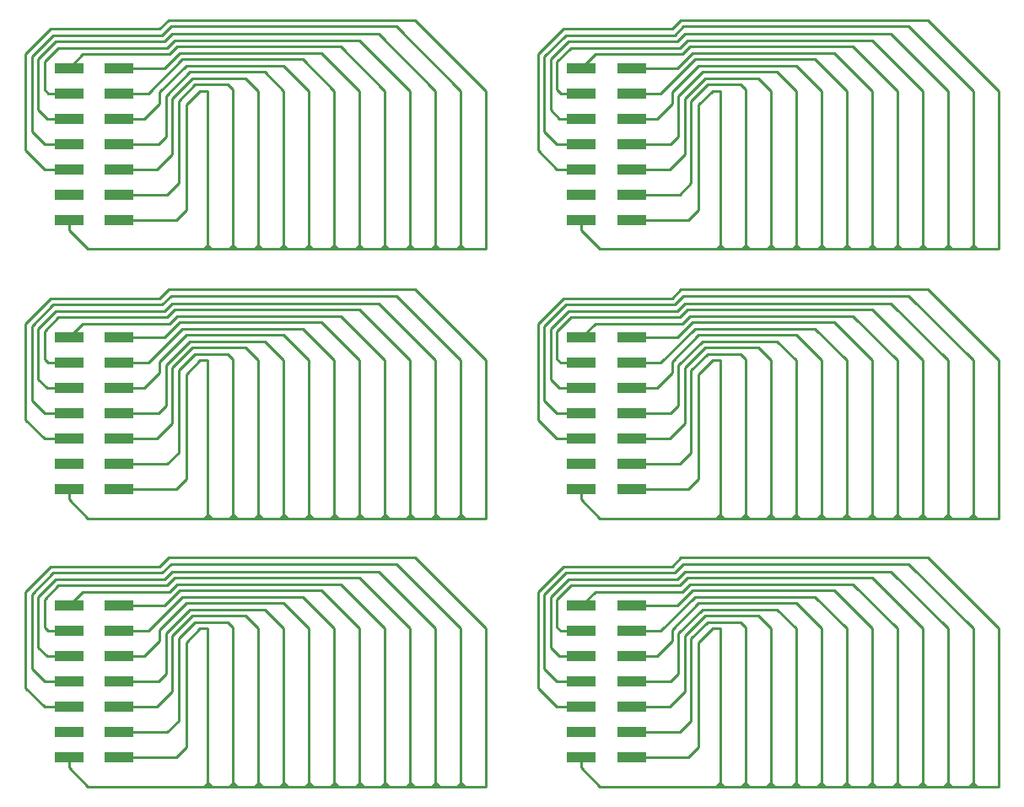
<source format=gbr>
%TF.GenerationSoftware,KiCad,Pcbnew,(5.1.6)-1*%
%TF.CreationDate,2022-05-27T14:46:48-04:00*%
%TF.ProjectId,sensor_v1,73656e73-6f72-45f7-9631-2e6b69636164,rev?*%
%TF.SameCoordinates,Original*%
%TF.FileFunction,Copper,L1,Top*%
%TF.FilePolarity,Positive*%
%FSLAX46Y46*%
G04 Gerber Fmt 4.6, Leading zero omitted, Abs format (unit mm)*
G04 Created by KiCad (PCBNEW (5.1.6)-1) date 2022-05-27 14:46:48*
%MOMM*%
%LPD*%
G01*
G04 APERTURE LIST*
%TA.AperFunction,SMDPad,CuDef*%
%ADD10R,3.000000X1.000000*%
%TD*%
%TA.AperFunction,Conductor*%
%ADD11C,0.250000*%
%TD*%
G04 APERTURE END LIST*
D10*
%TO.P,REF\u002A\u002A,14*%
%TO.N,N/C*%
X149372000Y-91567000D03*
%TO.P,REF\u002A\u002A,13*%
X154412000Y-91567000D03*
%TO.P,REF\u002A\u002A,12*%
X149372000Y-89027000D03*
%TO.P,REF\u002A\u002A,11*%
X154412000Y-89027000D03*
%TO.P,REF\u002A\u002A,10*%
X149372000Y-86487000D03*
%TO.P,REF\u002A\u002A,9*%
X154412000Y-86487000D03*
%TO.P,REF\u002A\u002A,8*%
X149372000Y-83947000D03*
%TO.P,REF\u002A\u002A,7*%
X154412000Y-83947000D03*
%TO.P,REF\u002A\u002A,6*%
X149372000Y-81407000D03*
%TO.P,REF\u002A\u002A,5*%
X154412000Y-81407000D03*
%TO.P,REF\u002A\u002A,4*%
X149372000Y-78867000D03*
%TO.P,REF\u002A\u002A,3*%
X154412000Y-78867000D03*
%TO.P,REF\u002A\u002A,2*%
X149372000Y-76327000D03*
%TO.P,REF\u002A\u002A,1*%
X154412000Y-76327000D03*
%TD*%
%TO.P,REF\u002A\u002A,14*%
%TO.N,N/C*%
X149372000Y-118491000D03*
%TO.P,REF\u002A\u002A,13*%
X154412000Y-118491000D03*
%TO.P,REF\u002A\u002A,12*%
X149372000Y-115951000D03*
%TO.P,REF\u002A\u002A,11*%
X154412000Y-115951000D03*
%TO.P,REF\u002A\u002A,10*%
X149372000Y-113411000D03*
%TO.P,REF\u002A\u002A,9*%
X154412000Y-113411000D03*
%TO.P,REF\u002A\u002A,8*%
X149372000Y-110871000D03*
%TO.P,REF\u002A\u002A,7*%
X154412000Y-110871000D03*
%TO.P,REF\u002A\u002A,6*%
X149372000Y-108331000D03*
%TO.P,REF\u002A\u002A,5*%
X154412000Y-108331000D03*
%TO.P,REF\u002A\u002A,4*%
X149372000Y-105791000D03*
%TO.P,REF\u002A\u002A,3*%
X154412000Y-105791000D03*
%TO.P,REF\u002A\u002A,2*%
X149372000Y-103251000D03*
%TO.P,REF\u002A\u002A,1*%
X154412000Y-103251000D03*
%TD*%
%TO.P,REF\u002A\u002A,1*%
%TO.N,N/C*%
X154412000Y-49276000D03*
%TO.P,REF\u002A\u002A,2*%
X149372000Y-49276000D03*
%TO.P,REF\u002A\u002A,3*%
X154412000Y-51816000D03*
%TO.P,REF\u002A\u002A,4*%
X149372000Y-51816000D03*
%TO.P,REF\u002A\u002A,5*%
X154412000Y-54356000D03*
%TO.P,REF\u002A\u002A,6*%
X149372000Y-54356000D03*
%TO.P,REF\u002A\u002A,7*%
X154412000Y-56896000D03*
%TO.P,REF\u002A\u002A,8*%
X149372000Y-56896000D03*
%TO.P,REF\u002A\u002A,9*%
X154412000Y-59436000D03*
%TO.P,REF\u002A\u002A,10*%
X149372000Y-59436000D03*
%TO.P,REF\u002A\u002A,11*%
X154412000Y-61976000D03*
%TO.P,REF\u002A\u002A,12*%
X149372000Y-61976000D03*
%TO.P,REF\u002A\u002A,13*%
X154412000Y-64516000D03*
%TO.P,REF\u002A\u002A,14*%
X149372000Y-64516000D03*
%TD*%
%TO.P,REF\u002A\u002A,1*%
%TO.N,N/C*%
X102977000Y-103251000D03*
%TO.P,REF\u002A\u002A,2*%
X97937000Y-103251000D03*
%TO.P,REF\u002A\u002A,3*%
X102977000Y-105791000D03*
%TO.P,REF\u002A\u002A,4*%
X97937000Y-105791000D03*
%TO.P,REF\u002A\u002A,5*%
X102977000Y-108331000D03*
%TO.P,REF\u002A\u002A,6*%
X97937000Y-108331000D03*
%TO.P,REF\u002A\u002A,7*%
X102977000Y-110871000D03*
%TO.P,REF\u002A\u002A,8*%
X97937000Y-110871000D03*
%TO.P,REF\u002A\u002A,9*%
X102977000Y-113411000D03*
%TO.P,REF\u002A\u002A,10*%
X97937000Y-113411000D03*
%TO.P,REF\u002A\u002A,11*%
X102977000Y-115951000D03*
%TO.P,REF\u002A\u002A,12*%
X97937000Y-115951000D03*
%TO.P,REF\u002A\u002A,13*%
X102977000Y-118491000D03*
%TO.P,REF\u002A\u002A,14*%
X97937000Y-118491000D03*
%TD*%
%TO.P,REF\u002A\u002A,1*%
%TO.N,N/C*%
X102977000Y-76327000D03*
%TO.P,REF\u002A\u002A,2*%
X97937000Y-76327000D03*
%TO.P,REF\u002A\u002A,3*%
X102977000Y-78867000D03*
%TO.P,REF\u002A\u002A,4*%
X97937000Y-78867000D03*
%TO.P,REF\u002A\u002A,5*%
X102977000Y-81407000D03*
%TO.P,REF\u002A\u002A,6*%
X97937000Y-81407000D03*
%TO.P,REF\u002A\u002A,7*%
X102977000Y-83947000D03*
%TO.P,REF\u002A\u002A,8*%
X97937000Y-83947000D03*
%TO.P,REF\u002A\u002A,9*%
X102977000Y-86487000D03*
%TO.P,REF\u002A\u002A,10*%
X97937000Y-86487000D03*
%TO.P,REF\u002A\u002A,11*%
X102977000Y-89027000D03*
%TO.P,REF\u002A\u002A,12*%
X97937000Y-89027000D03*
%TO.P,REF\u002A\u002A,13*%
X102977000Y-91567000D03*
%TO.P,REF\u002A\u002A,14*%
X97937000Y-91567000D03*
%TD*%
%TO.P,REF\u002A\u002A,14*%
%TO.N,N/C*%
X97937000Y-64516000D03*
%TO.P,REF\u002A\u002A,13*%
X102977000Y-64516000D03*
%TO.P,REF\u002A\u002A,12*%
X97937000Y-61976000D03*
%TO.P,REF\u002A\u002A,11*%
X102977000Y-61976000D03*
%TO.P,REF\u002A\u002A,10*%
X97937000Y-59436000D03*
%TO.P,REF\u002A\u002A,9*%
X102977000Y-59436000D03*
%TO.P,REF\u002A\u002A,8*%
X97937000Y-56896000D03*
%TO.P,REF\u002A\u002A,7*%
X102977000Y-56896000D03*
%TO.P,REF\u002A\u002A,6*%
X97937000Y-54356000D03*
%TO.P,REF\u002A\u002A,5*%
X102977000Y-54356000D03*
%TO.P,REF\u002A\u002A,4*%
X97937000Y-51816000D03*
%TO.P,REF\u002A\u002A,3*%
X102977000Y-51816000D03*
%TO.P,REF\u002A\u002A,2*%
X97937000Y-49276000D03*
%TO.P,REF\u002A\u002A,1*%
X102977000Y-49276000D03*
%TD*%
D11*
%TO.N,*%
X97937000Y-65552000D02*
X97937000Y-64516000D01*
X99822000Y-67437000D02*
X97937000Y-65552000D01*
X108712000Y-64516000D02*
X102977000Y-64516000D01*
X111887000Y-51562000D02*
X111125000Y-51562000D01*
X111125000Y-51562000D02*
X109728000Y-52959000D01*
X109728000Y-52959000D02*
X109728000Y-63500000D01*
X109728000Y-63500000D02*
X108712000Y-64516000D01*
X108966000Y-60833000D02*
X107823000Y-61976000D01*
X107823000Y-61976000D02*
X102977000Y-61976000D01*
X114427000Y-51435000D02*
X113919000Y-50927000D01*
X110617000Y-50927000D02*
X108966000Y-52578000D01*
X108966000Y-52578000D02*
X108966000Y-60833000D01*
X113919000Y-50927000D02*
X110617000Y-50927000D01*
X106807000Y-59436000D02*
X102977000Y-59436000D01*
X108331000Y-57912000D02*
X106807000Y-59436000D01*
X116967000Y-51562000D02*
X115697000Y-50292000D01*
X108331000Y-52324000D02*
X108331000Y-57912000D01*
X115697000Y-50292000D02*
X110363000Y-50292000D01*
X110363000Y-50292000D02*
X108331000Y-52324000D01*
X106934000Y-56896000D02*
X102977000Y-56896000D01*
X119507000Y-51562000D02*
X117602000Y-49657000D01*
X117602000Y-49657000D02*
X110109000Y-49657000D01*
X107696000Y-52070000D02*
X107696000Y-56134000D01*
X107696000Y-56134000D02*
X106934000Y-56896000D01*
X110109000Y-49657000D02*
X107696000Y-52070000D01*
X107061000Y-52832000D02*
X105537000Y-54356000D01*
X105537000Y-54356000D02*
X102977000Y-54356000D01*
X122047000Y-51562000D02*
X119507000Y-49022000D01*
X109728000Y-49022000D02*
X107061000Y-51689000D01*
X119507000Y-49022000D02*
X109728000Y-49022000D01*
X107061000Y-51689000D02*
X107061000Y-52832000D01*
X105918000Y-51816000D02*
X102977000Y-51816000D01*
X121412000Y-48387000D02*
X109347000Y-48387000D01*
X109347000Y-48387000D02*
X105918000Y-51816000D01*
X124587000Y-51562000D02*
X121412000Y-48387000D01*
X107569000Y-49276000D02*
X102977000Y-49276000D01*
X123317000Y-47752000D02*
X109093000Y-47752000D01*
X109093000Y-47752000D02*
X107569000Y-49276000D01*
X127127000Y-51562000D02*
X123317000Y-47752000D01*
X99334000Y-47879000D02*
X97937000Y-49276000D01*
X129667000Y-51562000D02*
X125222000Y-47117000D01*
X125222000Y-47117000D02*
X108839000Y-47117000D01*
X108077000Y-47879000D02*
X99334000Y-47879000D01*
X108839000Y-47117000D02*
X108077000Y-47879000D01*
X95885000Y-51816000D02*
X97937000Y-51816000D01*
X95504000Y-51435000D02*
X95885000Y-51816000D01*
X132207000Y-51562000D02*
X127127000Y-46482000D01*
X95504000Y-48641000D02*
X95504000Y-51435000D01*
X96901000Y-47244000D02*
X95504000Y-48641000D01*
X108585000Y-46482000D02*
X107823000Y-47244000D01*
X127127000Y-46482000D02*
X108585000Y-46482000D01*
X107823000Y-47244000D02*
X96901000Y-47244000D01*
X95758000Y-54356000D02*
X97937000Y-54356000D01*
X94869000Y-53467000D02*
X95758000Y-54356000D01*
X96647000Y-46609000D02*
X94869000Y-48387000D01*
X134747000Y-51562000D02*
X129032000Y-45847000D01*
X108331000Y-45847000D02*
X107569000Y-46609000D01*
X129032000Y-45847000D02*
X108331000Y-45847000D01*
X94869000Y-48387000D02*
X94869000Y-53467000D01*
X107569000Y-46609000D02*
X96647000Y-46609000D01*
X95504000Y-56896000D02*
X97937000Y-56896000D01*
X94234000Y-48133000D02*
X94234000Y-55626000D01*
X137287000Y-51562000D02*
X130810000Y-45085000D01*
X130810000Y-45085000D02*
X108204000Y-45085000D01*
X96393000Y-45974000D02*
X94234000Y-48133000D01*
X108204000Y-45085000D02*
X107315000Y-45974000D01*
X94234000Y-55626000D02*
X95504000Y-56896000D01*
X107315000Y-45974000D02*
X96393000Y-45974000D01*
X108077000Y-74930000D02*
X99334000Y-74930000D01*
X108839000Y-74168000D02*
X108077000Y-74930000D01*
X129667000Y-78613000D02*
X125222000Y-74168000D01*
X125222000Y-74168000D02*
X108839000Y-74168000D01*
X132207000Y-78613000D02*
X127127000Y-73533000D01*
X96901000Y-74295000D02*
X95504000Y-75692000D01*
X95504000Y-75692000D02*
X95504000Y-78486000D01*
X95885000Y-78867000D02*
X97937000Y-78867000D01*
X95504000Y-78486000D02*
X95885000Y-78867000D01*
X108585000Y-73533000D02*
X107823000Y-74295000D01*
X107823000Y-74295000D02*
X96901000Y-74295000D01*
X127127000Y-73533000D02*
X108585000Y-73533000D01*
X107315000Y-73025000D02*
X96393000Y-73025000D01*
X95504000Y-83947000D02*
X97937000Y-83947000D01*
X94234000Y-75184000D02*
X94234000Y-82677000D01*
X137287000Y-78613000D02*
X130810000Y-72136000D01*
X108204000Y-72136000D02*
X107315000Y-73025000D01*
X130810000Y-72136000D02*
X108204000Y-72136000D01*
X96393000Y-73025000D02*
X94234000Y-75184000D01*
X94234000Y-82677000D02*
X95504000Y-83947000D01*
X109728000Y-80010000D02*
X109728000Y-90551000D01*
X109728000Y-90551000D02*
X108712000Y-91567000D01*
X108712000Y-91567000D02*
X102977000Y-91567000D01*
X111125000Y-78613000D02*
X109728000Y-80010000D01*
X111887000Y-78613000D02*
X111125000Y-78613000D01*
X105537000Y-81407000D02*
X102977000Y-81407000D01*
X122047000Y-78613000D02*
X119507000Y-76073000D01*
X109728000Y-76073000D02*
X107061000Y-78740000D01*
X95504000Y-86487000D02*
X97937000Y-86487000D01*
X132715000Y-71501000D02*
X107950000Y-71501000D01*
X119507000Y-76073000D02*
X109728000Y-76073000D01*
X107061000Y-78740000D02*
X107061000Y-79883000D01*
X107061000Y-72390000D02*
X96139000Y-72390000D01*
X139827000Y-94488000D02*
X139827000Y-78613000D01*
X107569000Y-76327000D02*
X102977000Y-76327000D01*
X108331000Y-79375000D02*
X108331000Y-84963000D01*
X139827000Y-78613000D02*
X132715000Y-71501000D01*
X123317000Y-74803000D02*
X109093000Y-74803000D01*
X93599000Y-84582000D02*
X95504000Y-86487000D01*
X93599000Y-74930000D02*
X93599000Y-84582000D01*
X109093000Y-74803000D02*
X107569000Y-76327000D01*
X106807000Y-86487000D02*
X102977000Y-86487000D01*
X115697000Y-77343000D02*
X110363000Y-77343000D01*
X107950000Y-71501000D02*
X107061000Y-72390000D01*
X108331000Y-84963000D02*
X106807000Y-86487000D01*
X110363000Y-77343000D02*
X108331000Y-79375000D01*
X96139000Y-72390000D02*
X93599000Y-74930000D01*
X116967000Y-78613000D02*
X115697000Y-77343000D01*
X107061000Y-79883000D02*
X105537000Y-81407000D01*
X110617000Y-77978000D02*
X108966000Y-79629000D01*
X121412000Y-75438000D02*
X109347000Y-75438000D01*
X99822000Y-94488000D02*
X97937000Y-92603000D01*
X99334000Y-74930000D02*
X97937000Y-76327000D01*
X96647000Y-73660000D02*
X94869000Y-75438000D01*
X109347000Y-75438000D02*
X105918000Y-78867000D01*
X95758000Y-81407000D02*
X97937000Y-81407000D01*
X108966000Y-79629000D02*
X108966000Y-87884000D01*
X94869000Y-80518000D02*
X95758000Y-81407000D01*
X105918000Y-78867000D02*
X102977000Y-78867000D01*
X124587000Y-78613000D02*
X121412000Y-75438000D01*
X108966000Y-87884000D02*
X107823000Y-89027000D01*
X107823000Y-89027000D02*
X102977000Y-89027000D01*
X114427000Y-78486000D02*
X113919000Y-77978000D01*
X134747000Y-78613000D02*
X129032000Y-72898000D01*
X113919000Y-77978000D02*
X110617000Y-77978000D01*
X97937000Y-92603000D02*
X97937000Y-91567000D01*
X127127000Y-78613000D02*
X123317000Y-74803000D01*
X129032000Y-72898000D02*
X108331000Y-72898000D01*
X110109000Y-76708000D02*
X107696000Y-79121000D01*
X119507000Y-78613000D02*
X117602000Y-76708000D01*
X107569000Y-73660000D02*
X96647000Y-73660000D01*
X117602000Y-76708000D02*
X110109000Y-76708000D01*
X107696000Y-79121000D02*
X107696000Y-83185000D01*
X94869000Y-75438000D02*
X94869000Y-80518000D01*
X108331000Y-72898000D02*
X107569000Y-73660000D01*
X106934000Y-83947000D02*
X102977000Y-83947000D01*
X107696000Y-83185000D02*
X106934000Y-83947000D01*
X111887000Y-67437000D02*
X112522000Y-67437000D01*
X111379000Y-67437000D02*
X99822000Y-67437000D01*
X111887000Y-66675000D02*
X111887000Y-51562000D01*
X113919000Y-67437000D02*
X114935000Y-67437000D01*
X112522000Y-67437000D02*
X113919000Y-67437000D01*
X114427000Y-66548000D02*
X114427000Y-51435000D01*
X119507000Y-67310000D02*
X119634000Y-67437000D01*
X119507000Y-66548000D02*
X119507000Y-67310000D01*
X119507000Y-66548000D02*
X119507000Y-51562000D01*
X116586000Y-67437000D02*
X116967000Y-67056000D01*
X116967000Y-67056000D02*
X116967000Y-51562000D01*
X116967000Y-67437000D02*
X116967000Y-67056000D01*
X116967000Y-67056000D02*
X117348000Y-67437000D01*
X116586000Y-67437000D02*
X117348000Y-67437000D01*
X117348000Y-67437000D02*
X118872000Y-67437000D01*
X114427000Y-67056000D02*
X114046000Y-67437000D01*
X113919000Y-67437000D02*
X114046000Y-67437000D01*
X114427000Y-67056000D02*
X114427000Y-66548000D01*
X114427000Y-67437000D02*
X114427000Y-67056000D01*
X114046000Y-67437000D02*
X114808000Y-67437000D01*
X114427000Y-67056000D02*
X114808000Y-67437000D01*
X114808000Y-67437000D02*
X116586000Y-67437000D01*
X111887000Y-67437000D02*
X111506000Y-67437000D01*
X111887000Y-67056000D02*
X111506000Y-67437000D01*
X111506000Y-67437000D02*
X111379000Y-67437000D01*
X111887000Y-67056000D02*
X111887000Y-67437000D01*
X111887000Y-66675000D02*
X111887000Y-67056000D01*
X111887000Y-67056000D02*
X112268000Y-67437000D01*
X111379000Y-67437000D02*
X112268000Y-67437000D01*
X112268000Y-67437000D02*
X112522000Y-67437000D01*
X119126000Y-67437000D02*
X119634000Y-67437000D01*
X118872000Y-67437000D02*
X119126000Y-67437000D01*
X119507000Y-67056000D02*
X119507000Y-66548000D01*
X119507000Y-67056000D02*
X119126000Y-67437000D01*
X119507000Y-67437000D02*
X119507000Y-67056000D01*
X119507000Y-67056000D02*
X119888000Y-67437000D01*
X119634000Y-67437000D02*
X119888000Y-67437000D01*
X119888000Y-67437000D02*
X120142000Y-67437000D01*
X122047000Y-66929000D02*
X122047000Y-67056000D01*
X122047000Y-67056000D02*
X121666000Y-67437000D01*
X122047000Y-67437000D02*
X122047000Y-66929000D01*
X122047000Y-66929000D02*
X122047000Y-51562000D01*
X118872000Y-67437000D02*
X121666000Y-67437000D01*
X121666000Y-67437000D02*
X122428000Y-67437000D01*
X122047000Y-67056000D02*
X122428000Y-67437000D01*
X124587000Y-67056000D02*
X124206000Y-67437000D01*
X122428000Y-67437000D02*
X124206000Y-67437000D01*
X124587000Y-67056000D02*
X124587000Y-51562000D01*
X124587000Y-67437000D02*
X124587000Y-67056000D01*
X124587000Y-67056000D02*
X124968000Y-67437000D01*
X124206000Y-67437000D02*
X124968000Y-67437000D01*
X124968000Y-67437000D02*
X126746000Y-67437000D01*
X127127000Y-67056000D02*
X127127000Y-51562000D01*
X127127000Y-67056000D02*
X126746000Y-67437000D01*
X127127000Y-67437000D02*
X127127000Y-67056000D01*
X127127000Y-67056000D02*
X127508000Y-67437000D01*
X126746000Y-67437000D02*
X127508000Y-67437000D01*
X129667000Y-67056000D02*
X129286000Y-67437000D01*
X129667000Y-67437000D02*
X129667000Y-66929000D01*
X129667000Y-66929000D02*
X129667000Y-51562000D01*
X127508000Y-67437000D02*
X129286000Y-67437000D01*
X129667000Y-67056000D02*
X130048000Y-67437000D01*
X129667000Y-66929000D02*
X129667000Y-67056000D01*
X129286000Y-67437000D02*
X130048000Y-67437000D01*
X132207000Y-67056000D02*
X131826000Y-67437000D01*
X130048000Y-67437000D02*
X131826000Y-67437000D01*
X132207000Y-67056000D02*
X132207000Y-51562000D01*
X132207000Y-67437000D02*
X132207000Y-67056000D01*
X132207000Y-67056000D02*
X132588000Y-67437000D01*
X131826000Y-67437000D02*
X132588000Y-67437000D01*
X132588000Y-67437000D02*
X134366000Y-67437000D01*
X134747000Y-67056000D02*
X134747000Y-51562000D01*
X134747000Y-67056000D02*
X134366000Y-67437000D01*
X134747000Y-67437000D02*
X134747000Y-67056000D01*
X134747000Y-67056000D02*
X135128000Y-67437000D01*
X134366000Y-67437000D02*
X135128000Y-67437000D01*
X137287000Y-67056000D02*
X136906000Y-67437000D01*
X135128000Y-67437000D02*
X136906000Y-67437000D01*
X137287000Y-67437000D02*
X137287000Y-67056000D01*
X137287000Y-67056000D02*
X137668000Y-67437000D01*
X137287000Y-66929000D02*
X137287000Y-67056000D01*
X137287000Y-66929000D02*
X137287000Y-51562000D01*
X136906000Y-67437000D02*
X137668000Y-67437000D01*
X96139000Y-45339000D02*
X93599000Y-47879000D01*
X93599000Y-47879000D02*
X93599000Y-57531000D01*
X139827000Y-67437000D02*
X139827000Y-51562000D01*
X93599000Y-57531000D02*
X95504000Y-59436000D01*
X95504000Y-59436000D02*
X97937000Y-59436000D01*
X107950000Y-44450000D02*
X107061000Y-45339000D01*
X107061000Y-45339000D02*
X96139000Y-45339000D01*
X132715000Y-44450000D02*
X107950000Y-44450000D01*
X139827000Y-51562000D02*
X132715000Y-44450000D01*
X137668000Y-67437000D02*
X139827000Y-67437000D01*
X111887000Y-94107000D02*
X111506000Y-94488000D01*
X111506000Y-94488000D02*
X99822000Y-94488000D01*
X111887000Y-94107000D02*
X111887000Y-78613000D01*
X111887000Y-94488000D02*
X111506000Y-94488000D01*
X111887000Y-94488000D02*
X111887000Y-94107000D01*
X111887000Y-94488000D02*
X112268000Y-94488000D01*
X111887000Y-94107000D02*
X112268000Y-94488000D01*
X114427000Y-94107000D02*
X114046000Y-94488000D01*
X114427000Y-94488000D02*
X114427000Y-93980000D01*
X114427000Y-93980000D02*
X114427000Y-78486000D01*
X112268000Y-94488000D02*
X114046000Y-94488000D01*
X114427000Y-93980000D02*
X114427000Y-94107000D01*
X114427000Y-94107000D02*
X114808000Y-94488000D01*
X114046000Y-94488000D02*
X114808000Y-94488000D01*
X116967000Y-94107000D02*
X116586000Y-94488000D01*
X116967000Y-93980000D02*
X116967000Y-78613000D01*
X114808000Y-94488000D02*
X116586000Y-94488000D01*
X116967000Y-94488000D02*
X116967000Y-93980000D01*
X116967000Y-94107000D02*
X117348000Y-94488000D01*
X116967000Y-93980000D02*
X116967000Y-94107000D01*
X116586000Y-94488000D02*
X117348000Y-94488000D01*
X119507000Y-94488000D02*
X119507000Y-93980000D01*
X119507000Y-93980000D02*
X119507000Y-78613000D01*
X117348000Y-94488000D02*
X119126000Y-94488000D01*
X119507000Y-94107000D02*
X119126000Y-94488000D01*
X119507000Y-93980000D02*
X119507000Y-94107000D01*
X119126000Y-94488000D02*
X119888000Y-94488000D01*
X119507000Y-94107000D02*
X119888000Y-94488000D01*
X122047000Y-94107000D02*
X121666000Y-94488000D01*
X122047000Y-94488000D02*
X122047000Y-93980000D01*
X122047000Y-93980000D02*
X122047000Y-78613000D01*
X119888000Y-94488000D02*
X121666000Y-94488000D01*
X122047000Y-93980000D02*
X122047000Y-94107000D01*
X121666000Y-94488000D02*
X122428000Y-94488000D01*
X122047000Y-94107000D02*
X122428000Y-94488000D01*
X124587000Y-94107000D02*
X124206000Y-94488000D01*
X124587000Y-94488000D02*
X124587000Y-93980000D01*
X124587000Y-93980000D02*
X124587000Y-78613000D01*
X122428000Y-94488000D02*
X124206000Y-94488000D01*
X124587000Y-93980000D02*
X124587000Y-94107000D01*
X124587000Y-94107000D02*
X124968000Y-94488000D01*
X124206000Y-94488000D02*
X124968000Y-94488000D01*
X127127000Y-94107000D02*
X126746000Y-94488000D01*
X127127000Y-94488000D02*
X127127000Y-93980000D01*
X127127000Y-93980000D02*
X127127000Y-78613000D01*
X124968000Y-94488000D02*
X126746000Y-94488000D01*
X127127000Y-94107000D02*
X127508000Y-94488000D01*
X127127000Y-93980000D02*
X127127000Y-94107000D01*
X126746000Y-94488000D02*
X127508000Y-94488000D01*
X129667000Y-94107000D02*
X129286000Y-94488000D01*
X129667000Y-94488000D02*
X129667000Y-93980000D01*
X129667000Y-93980000D02*
X129667000Y-78613000D01*
X127508000Y-94488000D02*
X129286000Y-94488000D01*
X129667000Y-93980000D02*
X129667000Y-94107000D01*
X129286000Y-94488000D02*
X130048000Y-94488000D01*
X129667000Y-94107000D02*
X130048000Y-94488000D01*
X132207000Y-94107000D02*
X131826000Y-94488000D01*
X132207000Y-94488000D02*
X132207000Y-93980000D01*
X132207000Y-93980000D02*
X132207000Y-78613000D01*
X130048000Y-94488000D02*
X131826000Y-94488000D01*
X132207000Y-94107000D02*
X132588000Y-94488000D01*
X132207000Y-93980000D02*
X132207000Y-94107000D01*
X131826000Y-94488000D02*
X132588000Y-94488000D01*
X134747000Y-94107000D02*
X134366000Y-94488000D01*
X134747000Y-94488000D02*
X134747000Y-93980000D01*
X134747000Y-93980000D02*
X134747000Y-78613000D01*
X132588000Y-94488000D02*
X134366000Y-94488000D01*
X134747000Y-94107000D02*
X135128000Y-94488000D01*
X134747000Y-93980000D02*
X134747000Y-94107000D01*
X134366000Y-94488000D02*
X135128000Y-94488000D01*
X137287000Y-94107000D02*
X136906000Y-94488000D01*
X137287000Y-93980000D02*
X137287000Y-78613000D01*
X137287000Y-94488000D02*
X137287000Y-93980000D01*
X135128000Y-94488000D02*
X136906000Y-94488000D01*
X137287000Y-94107000D02*
X137668000Y-94488000D01*
X137287000Y-93980000D02*
X137287000Y-94107000D01*
X136906000Y-94488000D02*
X137668000Y-94488000D01*
X137668000Y-94488000D02*
X139827000Y-94488000D01*
X118872000Y-121412000D02*
X119126000Y-121412000D01*
X137668000Y-121412000D02*
X139827000Y-121412000D01*
X122428000Y-121412000D02*
X124206000Y-121412000D01*
X122047000Y-120904000D02*
X122047000Y-121031000D01*
X118872000Y-121412000D02*
X121666000Y-121412000D01*
X127127000Y-121031000D02*
X127508000Y-121412000D01*
X111379000Y-121412000D02*
X112268000Y-121412000D01*
X129667000Y-121412000D02*
X129667000Y-120904000D01*
X107061000Y-99314000D02*
X96139000Y-99314000D01*
X121666000Y-121412000D02*
X122428000Y-121412000D01*
X119126000Y-121412000D02*
X119634000Y-121412000D01*
X132715000Y-98425000D02*
X107950000Y-98425000D01*
X139827000Y-105537000D02*
X132715000Y-98425000D01*
X136906000Y-121412000D02*
X137668000Y-121412000D01*
X129286000Y-121412000D02*
X130048000Y-121412000D01*
X114427000Y-121031000D02*
X114046000Y-121412000D01*
X132207000Y-121031000D02*
X131826000Y-121412000D01*
X122047000Y-120904000D02*
X122047000Y-105537000D01*
X134747000Y-121031000D02*
X134747000Y-105537000D01*
X124968000Y-121412000D02*
X126746000Y-121412000D01*
X129667000Y-121031000D02*
X129286000Y-121412000D01*
X107950000Y-98425000D02*
X107061000Y-99314000D01*
X111887000Y-121412000D02*
X111506000Y-121412000D01*
X114427000Y-121031000D02*
X114808000Y-121412000D01*
X137287000Y-120904000D02*
X137287000Y-105537000D01*
X124587000Y-121031000D02*
X124587000Y-105537000D01*
X93599000Y-111506000D02*
X95504000Y-113411000D01*
X93599000Y-101854000D02*
X93599000Y-111506000D01*
X122047000Y-121412000D02*
X122047000Y-120904000D01*
X112522000Y-121412000D02*
X113919000Y-121412000D01*
X119634000Y-121412000D02*
X119888000Y-121412000D01*
X134747000Y-121031000D02*
X134366000Y-121412000D01*
X96139000Y-99314000D02*
X93599000Y-101854000D01*
X137287000Y-121031000D02*
X137668000Y-121412000D01*
X129667000Y-121031000D02*
X130048000Y-121412000D01*
X132207000Y-121031000D02*
X132207000Y-105537000D01*
X127127000Y-121031000D02*
X126746000Y-121412000D01*
X114046000Y-121412000D02*
X114808000Y-121412000D01*
X119507000Y-120523000D02*
X119507000Y-121285000D01*
X127508000Y-121412000D02*
X129286000Y-121412000D01*
X131826000Y-121412000D02*
X132588000Y-121412000D01*
X129667000Y-120904000D02*
X129667000Y-105537000D01*
X132207000Y-121412000D02*
X132207000Y-121031000D01*
X111887000Y-121031000D02*
X112268000Y-121412000D01*
X129667000Y-120904000D02*
X129667000Y-121031000D01*
X119507000Y-121031000D02*
X119888000Y-121412000D01*
X119888000Y-121412000D02*
X120142000Y-121412000D01*
X95504000Y-113411000D02*
X97937000Y-113411000D01*
X137287000Y-121412000D02*
X137287000Y-121031000D01*
X124206000Y-121412000D02*
X124968000Y-121412000D01*
X111887000Y-121031000D02*
X111887000Y-121412000D01*
X124587000Y-121031000D02*
X124206000Y-121412000D01*
X134747000Y-121031000D02*
X135128000Y-121412000D01*
X139827000Y-121412000D02*
X139827000Y-105537000D01*
X137287000Y-120904000D02*
X137287000Y-121031000D01*
X130048000Y-121412000D02*
X131826000Y-121412000D01*
X112268000Y-121412000D02*
X112522000Y-121412000D01*
X135128000Y-121412000D02*
X136906000Y-121412000D01*
X127127000Y-121031000D02*
X127127000Y-105537000D01*
X119507000Y-121031000D02*
X119507000Y-120523000D01*
X126746000Y-121412000D02*
X127508000Y-121412000D01*
X122047000Y-121031000D02*
X122428000Y-121412000D01*
X114427000Y-120523000D02*
X114427000Y-105410000D01*
X137287000Y-121031000D02*
X136906000Y-121412000D01*
X124587000Y-121031000D02*
X124968000Y-121412000D01*
X119507000Y-121412000D02*
X119507000Y-121031000D01*
X111887000Y-121412000D02*
X112522000Y-121412000D01*
X122047000Y-121031000D02*
X121666000Y-121412000D01*
X132207000Y-121031000D02*
X132588000Y-121412000D01*
X134747000Y-121412000D02*
X134747000Y-121031000D01*
X111887000Y-120650000D02*
X111887000Y-121031000D01*
X114808000Y-121412000D02*
X116586000Y-121412000D01*
X127127000Y-121412000D02*
X127127000Y-121031000D01*
X134366000Y-121412000D02*
X135128000Y-121412000D01*
X119507000Y-121031000D02*
X119126000Y-121412000D01*
X124587000Y-121412000D02*
X124587000Y-121031000D01*
X132588000Y-121412000D02*
X134366000Y-121412000D01*
X95504000Y-110871000D02*
X97937000Y-110871000D01*
X117348000Y-121412000D02*
X118872000Y-121412000D01*
X94234000Y-102108000D02*
X94234000Y-109601000D01*
X96901000Y-101219000D02*
X95504000Y-102616000D01*
X105918000Y-105791000D02*
X102977000Y-105791000D01*
X107569000Y-103251000D02*
X102977000Y-103251000D01*
X107823000Y-101219000D02*
X96901000Y-101219000D01*
X132207000Y-105537000D02*
X127127000Y-100457000D01*
X116967000Y-121031000D02*
X117348000Y-121412000D01*
X111506000Y-121412000D02*
X111379000Y-121412000D01*
X113919000Y-121412000D02*
X114935000Y-121412000D01*
X124587000Y-105537000D02*
X121412000Y-102362000D01*
X111887000Y-121031000D02*
X111506000Y-121412000D01*
X114427000Y-121412000D02*
X114427000Y-121031000D01*
X114427000Y-121031000D02*
X114427000Y-120523000D01*
X116586000Y-121412000D02*
X116967000Y-121031000D01*
X134747000Y-105537000D02*
X129032000Y-99822000D01*
X127127000Y-100457000D02*
X108585000Y-100457000D01*
X107823000Y-115951000D02*
X102977000Y-115951000D01*
X94234000Y-109601000D02*
X95504000Y-110871000D01*
X95504000Y-102616000D02*
X95504000Y-105410000D01*
X109093000Y-101727000D02*
X107569000Y-103251000D01*
X117602000Y-103632000D02*
X110109000Y-103632000D01*
X96647000Y-100584000D02*
X94869000Y-102362000D01*
X108839000Y-101092000D02*
X108077000Y-101854000D01*
X123317000Y-101727000D02*
X109093000Y-101727000D01*
X109347000Y-102362000D02*
X105918000Y-105791000D01*
X115697000Y-104267000D02*
X110363000Y-104267000D01*
X121412000Y-102362000D02*
X109347000Y-102362000D01*
X108204000Y-99060000D02*
X107315000Y-99949000D01*
X129032000Y-99822000D02*
X108331000Y-99822000D01*
X109728000Y-102997000D02*
X107061000Y-105664000D01*
X106807000Y-113411000D02*
X102977000Y-113411000D01*
X116967000Y-121031000D02*
X116967000Y-105537000D01*
X119507000Y-120523000D02*
X119507000Y-105537000D01*
X111379000Y-121412000D02*
X99822000Y-121412000D01*
X111887000Y-120650000D02*
X111887000Y-105537000D01*
X95504000Y-105410000D02*
X95885000Y-105791000D01*
X107569000Y-100584000D02*
X96647000Y-100584000D01*
X107315000Y-99949000D02*
X96393000Y-99949000D01*
X108585000Y-100457000D02*
X107823000Y-101219000D01*
X113919000Y-104902000D02*
X110617000Y-104902000D01*
X96393000Y-99949000D02*
X94234000Y-102108000D01*
X95885000Y-105791000D02*
X97937000Y-105791000D01*
X108331000Y-99822000D02*
X107569000Y-100584000D01*
X130810000Y-99060000D02*
X108204000Y-99060000D01*
X110109000Y-103632000D02*
X107696000Y-106045000D01*
X94869000Y-102362000D02*
X94869000Y-107442000D01*
X95758000Y-108331000D02*
X97937000Y-108331000D01*
X99334000Y-101854000D02*
X97937000Y-103251000D01*
X127127000Y-105537000D02*
X123317000Y-101727000D01*
X122047000Y-105537000D02*
X119507000Y-102997000D01*
X107061000Y-106807000D02*
X105537000Y-108331000D01*
X119507000Y-105537000D02*
X117602000Y-103632000D01*
X108331000Y-111887000D02*
X106807000Y-113411000D01*
X119507000Y-121285000D02*
X119634000Y-121412000D01*
X113919000Y-121412000D02*
X114046000Y-121412000D01*
X116586000Y-121412000D02*
X117348000Y-121412000D01*
X116967000Y-121412000D02*
X116967000Y-121031000D01*
X108077000Y-101854000D02*
X99334000Y-101854000D01*
X110363000Y-104267000D02*
X108331000Y-106299000D01*
X107696000Y-106045000D02*
X107696000Y-110109000D01*
X137287000Y-105537000D02*
X130810000Y-99060000D01*
X94869000Y-107442000D02*
X95758000Y-108331000D01*
X108331000Y-106299000D02*
X108331000Y-111887000D01*
X114427000Y-105410000D02*
X113919000Y-104902000D01*
X125222000Y-101092000D02*
X108839000Y-101092000D01*
X109728000Y-106934000D02*
X109728000Y-117475000D01*
X105537000Y-108331000D02*
X102977000Y-108331000D01*
X107696000Y-110109000D02*
X106934000Y-110871000D01*
X116967000Y-105537000D02*
X115697000Y-104267000D01*
X108966000Y-106553000D02*
X108966000Y-114808000D01*
X119507000Y-102997000D02*
X109728000Y-102997000D01*
X108966000Y-114808000D02*
X107823000Y-115951000D01*
X109728000Y-117475000D02*
X108712000Y-118491000D01*
X111887000Y-105537000D02*
X111125000Y-105537000D01*
X108712000Y-118491000D02*
X102977000Y-118491000D01*
X99822000Y-121412000D02*
X97937000Y-119527000D01*
X129667000Y-105537000D02*
X125222000Y-101092000D01*
X111125000Y-105537000D02*
X109728000Y-106934000D01*
X97937000Y-119527000D02*
X97937000Y-118491000D01*
X107061000Y-105664000D02*
X107061000Y-106807000D01*
X106934000Y-110871000D02*
X102977000Y-110871000D01*
X110617000Y-104902000D02*
X108966000Y-106553000D01*
X145669000Y-55626000D02*
X146939000Y-56896000D01*
X160274000Y-74168000D02*
X159512000Y-74930000D01*
X178562000Y-73533000D02*
X160020000Y-73533000D01*
X146304000Y-48387000D02*
X146304000Y-53467000D01*
X176657000Y-74168000D02*
X160274000Y-74168000D01*
X159004000Y-49276000D02*
X154412000Y-49276000D01*
X159512000Y-47879000D02*
X150769000Y-47879000D01*
X158750000Y-73025000D02*
X147828000Y-73025000D01*
X158750000Y-45974000D02*
X147828000Y-45974000D01*
X148336000Y-74295000D02*
X146939000Y-75692000D01*
X160274000Y-47117000D02*
X159512000Y-47879000D01*
X146939000Y-83947000D02*
X149372000Y-83947000D01*
X145669000Y-75184000D02*
X145669000Y-82677000D01*
X178562000Y-51562000D02*
X174752000Y-47752000D01*
X188722000Y-78613000D02*
X182245000Y-72136000D01*
X159639000Y-72136000D02*
X158750000Y-73025000D01*
X174752000Y-47752000D02*
X160528000Y-47752000D01*
X160020000Y-46482000D02*
X159258000Y-47244000D01*
X158496000Y-51689000D02*
X158496000Y-52832000D01*
X169037000Y-49657000D02*
X161544000Y-49657000D01*
X160782000Y-48387000D02*
X157353000Y-51816000D01*
X186182000Y-51562000D02*
X180467000Y-45847000D01*
X159004000Y-46609000D02*
X148082000Y-46609000D01*
X145669000Y-48133000D02*
X145669000Y-55626000D01*
X172847000Y-48387000D02*
X160782000Y-48387000D01*
X178562000Y-46482000D02*
X160020000Y-46482000D01*
X147320000Y-51816000D02*
X149372000Y-51816000D01*
X188722000Y-51562000D02*
X182245000Y-45085000D01*
X160528000Y-47752000D02*
X159004000Y-49276000D01*
X161544000Y-49657000D02*
X159131000Y-52070000D01*
X181102000Y-51562000D02*
X176657000Y-47117000D01*
X150769000Y-47879000D02*
X149372000Y-49276000D01*
X146939000Y-48641000D02*
X146939000Y-51435000D01*
X182245000Y-45085000D02*
X159639000Y-45085000D01*
X159639000Y-45085000D02*
X158750000Y-45974000D01*
X147193000Y-54356000D02*
X149372000Y-54356000D01*
X183642000Y-78613000D02*
X178562000Y-73533000D01*
X159512000Y-74930000D02*
X150769000Y-74930000D01*
X146939000Y-51435000D02*
X147320000Y-51816000D01*
X159766000Y-45847000D02*
X159004000Y-46609000D01*
X181102000Y-78613000D02*
X176657000Y-74168000D01*
X146939000Y-75692000D02*
X146939000Y-78486000D01*
X148082000Y-46609000D02*
X146304000Y-48387000D01*
X159131000Y-52070000D02*
X159131000Y-56134000D01*
X176657000Y-47117000D02*
X160274000Y-47117000D01*
X158496000Y-52832000D02*
X156972000Y-54356000D01*
X173482000Y-51562000D02*
X170942000Y-49022000D01*
X176022000Y-51562000D02*
X172847000Y-48387000D01*
X148336000Y-47244000D02*
X146939000Y-48641000D01*
X146939000Y-56896000D02*
X149372000Y-56896000D01*
X147320000Y-78867000D02*
X149372000Y-78867000D01*
X146939000Y-78486000D02*
X147320000Y-78867000D01*
X157353000Y-51816000D02*
X154412000Y-51816000D01*
X146304000Y-53467000D02*
X147193000Y-54356000D01*
X183642000Y-51562000D02*
X178562000Y-46482000D01*
X180467000Y-45847000D02*
X159766000Y-45847000D01*
X147828000Y-45974000D02*
X145669000Y-48133000D01*
X160020000Y-73533000D02*
X159258000Y-74295000D01*
X159258000Y-74295000D02*
X148336000Y-74295000D01*
X159131000Y-56134000D02*
X158369000Y-56896000D01*
X170942000Y-49022000D02*
X161163000Y-49022000D01*
X161163000Y-49022000D02*
X158496000Y-51689000D01*
X156972000Y-54356000D02*
X154412000Y-54356000D01*
X159258000Y-47244000D02*
X148336000Y-47244000D01*
X145034000Y-84582000D02*
X146939000Y-86487000D01*
X174752000Y-74803000D02*
X160528000Y-74803000D01*
X173482000Y-78613000D02*
X170942000Y-76073000D01*
X145034000Y-74930000D02*
X145034000Y-84582000D01*
X162052000Y-77978000D02*
X160401000Y-79629000D01*
X167132000Y-77343000D02*
X161798000Y-77343000D01*
X160528000Y-74803000D02*
X159004000Y-76327000D01*
X172847000Y-75438000D02*
X160782000Y-75438000D01*
X151257000Y-94488000D02*
X149372000Y-92603000D01*
X161163000Y-76073000D02*
X158496000Y-78740000D01*
X191262000Y-94488000D02*
X191262000Y-78613000D01*
X159766000Y-79375000D02*
X159766000Y-84963000D01*
X147574000Y-72390000D02*
X145034000Y-74930000D01*
X145669000Y-82677000D02*
X146939000Y-83947000D01*
X162560000Y-78613000D02*
X161163000Y-80010000D01*
X150769000Y-74930000D02*
X149372000Y-76327000D01*
X158242000Y-86487000D02*
X154412000Y-86487000D01*
X168402000Y-78613000D02*
X167132000Y-77343000D01*
X161163000Y-90551000D02*
X160147000Y-91567000D01*
X161798000Y-77343000D02*
X159766000Y-79375000D01*
X148082000Y-73660000D02*
X146304000Y-75438000D01*
X160782000Y-75438000D02*
X157353000Y-78867000D01*
X163322000Y-78613000D02*
X162560000Y-78613000D01*
X147828000Y-73025000D02*
X145669000Y-75184000D01*
X184150000Y-71501000D02*
X159385000Y-71501000D01*
X159004000Y-76327000D02*
X154412000Y-76327000D01*
X147193000Y-81407000D02*
X149372000Y-81407000D01*
X159385000Y-71501000D02*
X158496000Y-72390000D01*
X160401000Y-79629000D02*
X160401000Y-87884000D01*
X170942000Y-76073000D02*
X161163000Y-76073000D01*
X146939000Y-86487000D02*
X149372000Y-86487000D01*
X158496000Y-78740000D02*
X158496000Y-79883000D01*
X158496000Y-72390000D02*
X147574000Y-72390000D01*
X160147000Y-91567000D02*
X154412000Y-91567000D01*
X191262000Y-78613000D02*
X184150000Y-71501000D01*
X161163000Y-80010000D02*
X161163000Y-90551000D01*
X159766000Y-84963000D02*
X158242000Y-86487000D01*
X156972000Y-81407000D02*
X154412000Y-81407000D01*
X158496000Y-79883000D02*
X156972000Y-81407000D01*
X182245000Y-72136000D02*
X159639000Y-72136000D01*
X163703000Y-67437000D02*
X163957000Y-67437000D01*
X165862000Y-67056000D02*
X165862000Y-66548000D01*
X180467000Y-72898000D02*
X159766000Y-72898000D01*
X159004000Y-73660000D02*
X148082000Y-73660000D01*
X166243000Y-67437000D02*
X168021000Y-67437000D01*
X165354000Y-77978000D02*
X162052000Y-77978000D01*
X170942000Y-67056000D02*
X170942000Y-66548000D01*
X169037000Y-76708000D02*
X161544000Y-76708000D01*
X168021000Y-67437000D02*
X168783000Y-67437000D01*
X149372000Y-92603000D02*
X149372000Y-91567000D01*
X170561000Y-67437000D02*
X171069000Y-67437000D01*
X163322000Y-66675000D02*
X163322000Y-67056000D01*
X176022000Y-78613000D02*
X172847000Y-75438000D01*
X162814000Y-67437000D02*
X151257000Y-67437000D01*
X146304000Y-75438000D02*
X146304000Y-80518000D01*
X170942000Y-66548000D02*
X170942000Y-67310000D01*
X159131000Y-83185000D02*
X158369000Y-83947000D01*
X170942000Y-67056000D02*
X170561000Y-67437000D01*
X170942000Y-67056000D02*
X171323000Y-67437000D01*
X171069000Y-67437000D02*
X171323000Y-67437000D01*
X162941000Y-67437000D02*
X162814000Y-67437000D01*
X163322000Y-67056000D02*
X163322000Y-67437000D01*
X173482000Y-67056000D02*
X173101000Y-67437000D01*
X186182000Y-78613000D02*
X180467000Y-72898000D01*
X157353000Y-78867000D02*
X154412000Y-78867000D01*
X161544000Y-76708000D02*
X159131000Y-79121000D01*
X165862000Y-67056000D02*
X165481000Y-67437000D01*
X165481000Y-67437000D02*
X166243000Y-67437000D01*
X163322000Y-67437000D02*
X162941000Y-67437000D01*
X170942000Y-67437000D02*
X170942000Y-67056000D01*
X170307000Y-67437000D02*
X173101000Y-67437000D01*
X171323000Y-67437000D02*
X171577000Y-67437000D01*
X165862000Y-67056000D02*
X166243000Y-67437000D01*
X173482000Y-67437000D02*
X173482000Y-66929000D01*
X162814000Y-67437000D02*
X163703000Y-67437000D01*
X173101000Y-67437000D02*
X173863000Y-67437000D01*
X170942000Y-78613000D02*
X169037000Y-76708000D01*
X170942000Y-67310000D02*
X171069000Y-67437000D01*
X165862000Y-67437000D02*
X165862000Y-67056000D01*
X170307000Y-67437000D02*
X170561000Y-67437000D01*
X170942000Y-66548000D02*
X170942000Y-51562000D01*
X173482000Y-66929000D02*
X173482000Y-67056000D01*
X158369000Y-83947000D02*
X154412000Y-83947000D01*
X165354000Y-67437000D02*
X165481000Y-67437000D01*
X173482000Y-66929000D02*
X173482000Y-51562000D01*
X159258000Y-89027000D02*
X154412000Y-89027000D01*
X178562000Y-78613000D02*
X174752000Y-74803000D01*
X163322000Y-67437000D02*
X163957000Y-67437000D01*
X168021000Y-67437000D02*
X168402000Y-67056000D01*
X165862000Y-78486000D02*
X165354000Y-77978000D01*
X163957000Y-67437000D02*
X165354000Y-67437000D01*
X159131000Y-79121000D02*
X159131000Y-83185000D01*
X159766000Y-72898000D02*
X159004000Y-73660000D01*
X168402000Y-67056000D02*
X168402000Y-51562000D01*
X146304000Y-80518000D02*
X147193000Y-81407000D01*
X168402000Y-67437000D02*
X168402000Y-67056000D01*
X163322000Y-67056000D02*
X162941000Y-67437000D01*
X163322000Y-66675000D02*
X163322000Y-51562000D01*
X165354000Y-67437000D02*
X166370000Y-67437000D01*
X163322000Y-67056000D02*
X163703000Y-67437000D01*
X165862000Y-66548000D02*
X165862000Y-51435000D01*
X168402000Y-67056000D02*
X168783000Y-67437000D01*
X168783000Y-67437000D02*
X170307000Y-67437000D01*
X160401000Y-87884000D02*
X159258000Y-89027000D01*
X145034000Y-47879000D02*
X145034000Y-57531000D01*
X178562000Y-67056000D02*
X178943000Y-67437000D01*
X159385000Y-44450000D02*
X158496000Y-45339000D01*
X183642000Y-67056000D02*
X183261000Y-67437000D01*
X173863000Y-67437000D02*
X175641000Y-67437000D01*
X186182000Y-67437000D02*
X186182000Y-67056000D01*
X163322000Y-94488000D02*
X163703000Y-94488000D01*
X158496000Y-45339000D02*
X147574000Y-45339000D01*
X163703000Y-94488000D02*
X165481000Y-94488000D01*
X165862000Y-93980000D02*
X165862000Y-94107000D01*
X163322000Y-94107000D02*
X163322000Y-78613000D01*
X176403000Y-67437000D02*
X178181000Y-67437000D01*
X175641000Y-67437000D02*
X176403000Y-67437000D01*
X188722000Y-67437000D02*
X188722000Y-67056000D01*
X191262000Y-67437000D02*
X191262000Y-51562000D01*
X183642000Y-67056000D02*
X183642000Y-51562000D01*
X176022000Y-67437000D02*
X176022000Y-67056000D01*
X162941000Y-94488000D02*
X151257000Y-94488000D01*
X165862000Y-94107000D02*
X165481000Y-94488000D01*
X186182000Y-67056000D02*
X186563000Y-67437000D01*
X183642000Y-67056000D02*
X184023000Y-67437000D01*
X188722000Y-67056000D02*
X188341000Y-67437000D01*
X181102000Y-66929000D02*
X181102000Y-51562000D01*
X186563000Y-67437000D02*
X188341000Y-67437000D01*
X145034000Y-57531000D02*
X146939000Y-59436000D01*
X163322000Y-94107000D02*
X162941000Y-94488000D01*
X176022000Y-67056000D02*
X175641000Y-67437000D01*
X165862000Y-94107000D02*
X166243000Y-94488000D01*
X183261000Y-67437000D02*
X184023000Y-67437000D01*
X163322000Y-94107000D02*
X163703000Y-94488000D01*
X165862000Y-93980000D02*
X165862000Y-78486000D01*
X165862000Y-94488000D02*
X165862000Y-93980000D01*
X165481000Y-94488000D02*
X166243000Y-94488000D01*
X184023000Y-67437000D02*
X185801000Y-67437000D01*
X188722000Y-67056000D02*
X189103000Y-67437000D01*
X188722000Y-66929000D02*
X188722000Y-67056000D01*
X168402000Y-94107000D02*
X168021000Y-94488000D01*
X181102000Y-67056000D02*
X181483000Y-67437000D01*
X186182000Y-67056000D02*
X186182000Y-51562000D01*
X147574000Y-45339000D02*
X145034000Y-47879000D01*
X178181000Y-67437000D02*
X178943000Y-67437000D01*
X180721000Y-67437000D02*
X181483000Y-67437000D01*
X176022000Y-67056000D02*
X176022000Y-51562000D01*
X178943000Y-67437000D02*
X180721000Y-67437000D01*
X188341000Y-67437000D02*
X189103000Y-67437000D01*
X184150000Y-44450000D02*
X159385000Y-44450000D01*
X189103000Y-67437000D02*
X191262000Y-67437000D01*
X176022000Y-67056000D02*
X176403000Y-67437000D01*
X181102000Y-67437000D02*
X181102000Y-66929000D01*
X178562000Y-67056000D02*
X178181000Y-67437000D01*
X181483000Y-67437000D02*
X183261000Y-67437000D01*
X163322000Y-94488000D02*
X162941000Y-94488000D01*
X183642000Y-67437000D02*
X183642000Y-67056000D01*
X163322000Y-94488000D02*
X163322000Y-94107000D01*
X186182000Y-67056000D02*
X185801000Y-67437000D01*
X185801000Y-67437000D02*
X186563000Y-67437000D01*
X181102000Y-67056000D02*
X180721000Y-67437000D01*
X178562000Y-67056000D02*
X178562000Y-51562000D01*
X146939000Y-59436000D02*
X149372000Y-59436000D01*
X188722000Y-66929000D02*
X188722000Y-51562000D01*
X173482000Y-67056000D02*
X173863000Y-67437000D01*
X178562000Y-67437000D02*
X178562000Y-67056000D01*
X191262000Y-51562000D02*
X184150000Y-44450000D01*
X181102000Y-66929000D02*
X181102000Y-67056000D01*
X181483000Y-94488000D02*
X183261000Y-94488000D01*
X181102000Y-94107000D02*
X181483000Y-94488000D01*
X168402000Y-93980000D02*
X168402000Y-94107000D01*
X186182000Y-94488000D02*
X186182000Y-93980000D01*
X186182000Y-93980000D02*
X186182000Y-78613000D01*
X186182000Y-94107000D02*
X186563000Y-94488000D01*
X186182000Y-93980000D02*
X186182000Y-94107000D01*
X170561000Y-94488000D02*
X171323000Y-94488000D01*
X185801000Y-94488000D02*
X186563000Y-94488000D01*
X188722000Y-94107000D02*
X188341000Y-94488000D01*
X188722000Y-93980000D02*
X188722000Y-78613000D01*
X188722000Y-94488000D02*
X188722000Y-93980000D01*
X188722000Y-94107000D02*
X189103000Y-94488000D01*
X175641000Y-94488000D02*
X176403000Y-94488000D01*
X181102000Y-93980000D02*
X181102000Y-78613000D01*
X178943000Y-94488000D02*
X180721000Y-94488000D01*
X168402000Y-94488000D02*
X168402000Y-93980000D01*
X170942000Y-93980000D02*
X170942000Y-78613000D01*
X173482000Y-94488000D02*
X173482000Y-93980000D01*
X176022000Y-93980000D02*
X176022000Y-78613000D01*
X170942000Y-93980000D02*
X170942000Y-94107000D01*
X184023000Y-94488000D02*
X185801000Y-94488000D01*
X188722000Y-93980000D02*
X188722000Y-94107000D01*
X178562000Y-94107000D02*
X178943000Y-94488000D01*
X176022000Y-94107000D02*
X175641000Y-94488000D01*
X168402000Y-93980000D02*
X168402000Y-78613000D01*
X168021000Y-94488000D02*
X168783000Y-94488000D01*
X189103000Y-94488000D02*
X191262000Y-94488000D01*
X170307000Y-121412000D02*
X170561000Y-121412000D01*
X170942000Y-94107000D02*
X171323000Y-94488000D01*
X173863000Y-94488000D02*
X175641000Y-94488000D01*
X181102000Y-94107000D02*
X180721000Y-94488000D01*
X173482000Y-93980000D02*
X173482000Y-94107000D01*
X181102000Y-94488000D02*
X181102000Y-93980000D01*
X183261000Y-94488000D02*
X184023000Y-94488000D01*
X178562000Y-94488000D02*
X178562000Y-93980000D01*
X183642000Y-94107000D02*
X184023000Y-94488000D01*
X186182000Y-94107000D02*
X185801000Y-94488000D01*
X170942000Y-94107000D02*
X170561000Y-94488000D01*
X183642000Y-93980000D02*
X183642000Y-94107000D01*
X178181000Y-94488000D02*
X178943000Y-94488000D01*
X178562000Y-93980000D02*
X178562000Y-94107000D01*
X183642000Y-94107000D02*
X183261000Y-94488000D01*
X186563000Y-94488000D02*
X188341000Y-94488000D01*
X188341000Y-94488000D02*
X189103000Y-94488000D01*
X166243000Y-94488000D02*
X168021000Y-94488000D01*
X170942000Y-94488000D02*
X170942000Y-93980000D01*
X173482000Y-94107000D02*
X173101000Y-94488000D01*
X168402000Y-94107000D02*
X168783000Y-94488000D01*
X173101000Y-94488000D02*
X173863000Y-94488000D01*
X176022000Y-94488000D02*
X176022000Y-93980000D01*
X178562000Y-94107000D02*
X178181000Y-94488000D01*
X178562000Y-93980000D02*
X178562000Y-78613000D01*
X181102000Y-93980000D02*
X181102000Y-94107000D01*
X168783000Y-94488000D02*
X170561000Y-94488000D01*
X173482000Y-94107000D02*
X173863000Y-94488000D01*
X173482000Y-93980000D02*
X173482000Y-78613000D01*
X176022000Y-93980000D02*
X176022000Y-94107000D01*
X176403000Y-94488000D02*
X178181000Y-94488000D01*
X180721000Y-94488000D02*
X181483000Y-94488000D01*
X183642000Y-94488000D02*
X183642000Y-93980000D01*
X171323000Y-94488000D02*
X173101000Y-94488000D01*
X176022000Y-94107000D02*
X176403000Y-94488000D01*
X183642000Y-93980000D02*
X183642000Y-78613000D01*
X178562000Y-121031000D02*
X178181000Y-121412000D01*
X145034000Y-101854000D02*
X145034000Y-111506000D01*
X184150000Y-98425000D02*
X159385000Y-98425000D01*
X189103000Y-121412000D02*
X191262000Y-121412000D01*
X170942000Y-120523000D02*
X170942000Y-121285000D01*
X163322000Y-121412000D02*
X162941000Y-121412000D01*
X170942000Y-121031000D02*
X171323000Y-121412000D01*
X181102000Y-120904000D02*
X181102000Y-105537000D01*
X188722000Y-121412000D02*
X188722000Y-121031000D01*
X175641000Y-121412000D02*
X176403000Y-121412000D01*
X176022000Y-121031000D02*
X175641000Y-121412000D01*
X186182000Y-121031000D02*
X186563000Y-121412000D01*
X191262000Y-121412000D02*
X191262000Y-105537000D01*
X178943000Y-121412000D02*
X180721000Y-121412000D01*
X173482000Y-120904000D02*
X173482000Y-105537000D01*
X163322000Y-121031000D02*
X163322000Y-121412000D01*
X181102000Y-121031000D02*
X180721000Y-121412000D01*
X188722000Y-120904000D02*
X188722000Y-121031000D01*
X170561000Y-121412000D02*
X171069000Y-121412000D01*
X173863000Y-121412000D02*
X175641000Y-121412000D01*
X181483000Y-121412000D02*
X183261000Y-121412000D01*
X181102000Y-120904000D02*
X181102000Y-121031000D01*
X163703000Y-121412000D02*
X163957000Y-121412000D01*
X186563000Y-121412000D02*
X188341000Y-121412000D01*
X146939000Y-113411000D02*
X149372000Y-113411000D01*
X191262000Y-105537000D02*
X184150000Y-98425000D01*
X178562000Y-121031000D02*
X178562000Y-105537000D01*
X170942000Y-121031000D02*
X170942000Y-120523000D01*
X178181000Y-121412000D02*
X178943000Y-121412000D01*
X181102000Y-121412000D02*
X181102000Y-120904000D01*
X183261000Y-121412000D02*
X184023000Y-121412000D01*
X162814000Y-121412000D02*
X163703000Y-121412000D01*
X173482000Y-121031000D02*
X173863000Y-121412000D01*
X165862000Y-120523000D02*
X165862000Y-105410000D01*
X171069000Y-121412000D02*
X171323000Y-121412000D01*
X188722000Y-121031000D02*
X188341000Y-121412000D01*
X188341000Y-121412000D02*
X189103000Y-121412000D01*
X183642000Y-121031000D02*
X183642000Y-105537000D01*
X178562000Y-121031000D02*
X178943000Y-121412000D01*
X176022000Y-121031000D02*
X176403000Y-121412000D01*
X173482000Y-121412000D02*
X173482000Y-120904000D01*
X165481000Y-121412000D02*
X166243000Y-121412000D01*
X173482000Y-120904000D02*
X173482000Y-121031000D01*
X165862000Y-121031000D02*
X165481000Y-121412000D01*
X176403000Y-121412000D02*
X178181000Y-121412000D01*
X176022000Y-121031000D02*
X176022000Y-105537000D01*
X173101000Y-121412000D02*
X173863000Y-121412000D01*
X159385000Y-98425000D02*
X158496000Y-99314000D01*
X158496000Y-99314000D02*
X147574000Y-99314000D01*
X147574000Y-99314000D02*
X145034000Y-101854000D01*
X181102000Y-121031000D02*
X181483000Y-121412000D01*
X183642000Y-121031000D02*
X183261000Y-121412000D01*
X186182000Y-121031000D02*
X186182000Y-105537000D01*
X163322000Y-121031000D02*
X163703000Y-121412000D01*
X163957000Y-121412000D02*
X165354000Y-121412000D01*
X183642000Y-121412000D02*
X183642000Y-121031000D01*
X171323000Y-121412000D02*
X171577000Y-121412000D01*
X170307000Y-121412000D02*
X173101000Y-121412000D01*
X165862000Y-121031000D02*
X166243000Y-121412000D01*
X188722000Y-120904000D02*
X188722000Y-105537000D01*
X180721000Y-121412000D02*
X181483000Y-121412000D01*
X145034000Y-111506000D02*
X146939000Y-113411000D01*
X186182000Y-121031000D02*
X185801000Y-121412000D01*
X188722000Y-121031000D02*
X189103000Y-121412000D01*
X184023000Y-121412000D02*
X185801000Y-121412000D01*
X145669000Y-109601000D02*
X146939000Y-110871000D01*
X165354000Y-104902000D02*
X162052000Y-104902000D01*
X168402000Y-121031000D02*
X168783000Y-121412000D01*
X148082000Y-100584000D02*
X146304000Y-102362000D01*
X163322000Y-120650000D02*
X163322000Y-105537000D01*
X147828000Y-99949000D02*
X145669000Y-102108000D01*
X176022000Y-121412000D02*
X176022000Y-121031000D01*
X147193000Y-108331000D02*
X149372000Y-108331000D01*
X169037000Y-103632000D02*
X161544000Y-103632000D01*
X150769000Y-101854000D02*
X149372000Y-103251000D01*
X147320000Y-105791000D02*
X149372000Y-105791000D01*
X183642000Y-121031000D02*
X184023000Y-121412000D01*
X146939000Y-105410000D02*
X147320000Y-105791000D01*
X182245000Y-99060000D02*
X159639000Y-99060000D01*
X178562000Y-105537000D02*
X174752000Y-101727000D01*
X173482000Y-105537000D02*
X170942000Y-102997000D01*
X178562000Y-121412000D02*
X178562000Y-121031000D01*
X185801000Y-121412000D02*
X186563000Y-121412000D01*
X160274000Y-101092000D02*
X159512000Y-101854000D01*
X160782000Y-102362000D02*
X157353000Y-105791000D01*
X167132000Y-104267000D02*
X161798000Y-104267000D01*
X172847000Y-102362000D02*
X160782000Y-102362000D01*
X168021000Y-121412000D02*
X168402000Y-121031000D01*
X186182000Y-121412000D02*
X186182000Y-121031000D01*
X146939000Y-110871000D02*
X149372000Y-110871000D01*
X176022000Y-105537000D02*
X172847000Y-102362000D01*
X178562000Y-100457000D02*
X160020000Y-100457000D01*
X160528000Y-101727000D02*
X159004000Y-103251000D01*
X157353000Y-105791000D02*
X154412000Y-105791000D01*
X159004000Y-100584000D02*
X148082000Y-100584000D01*
X158750000Y-99949000D02*
X147828000Y-99949000D01*
X161544000Y-103632000D02*
X159131000Y-106045000D01*
X159766000Y-99822000D02*
X159004000Y-100584000D01*
X180467000Y-99822000D02*
X159766000Y-99822000D01*
X170942000Y-121412000D02*
X170942000Y-121031000D01*
X168783000Y-121412000D02*
X170307000Y-121412000D01*
X162941000Y-121412000D02*
X162814000Y-121412000D01*
X146939000Y-102616000D02*
X146939000Y-105410000D01*
X168402000Y-121031000D02*
X168402000Y-105537000D01*
X162814000Y-121412000D02*
X151257000Y-121412000D01*
X145669000Y-102108000D02*
X145669000Y-109601000D01*
X148336000Y-101219000D02*
X146939000Y-102616000D01*
X183642000Y-105537000D02*
X178562000Y-100457000D01*
X159258000Y-115951000D02*
X154412000Y-115951000D01*
X166243000Y-121412000D02*
X168021000Y-121412000D01*
X165862000Y-121031000D02*
X165862000Y-120523000D01*
X158242000Y-113411000D02*
X154412000Y-113411000D01*
X146304000Y-102362000D02*
X146304000Y-107442000D01*
X173482000Y-121031000D02*
X173101000Y-121412000D01*
X165354000Y-121412000D02*
X166370000Y-121412000D01*
X163322000Y-121031000D02*
X162941000Y-121412000D01*
X163322000Y-121412000D02*
X163957000Y-121412000D01*
X159258000Y-101219000D02*
X148336000Y-101219000D01*
X165862000Y-121412000D02*
X165862000Y-121031000D01*
X174752000Y-101727000D02*
X160528000Y-101727000D01*
X170942000Y-121031000D02*
X170561000Y-121412000D01*
X163322000Y-120650000D02*
X163322000Y-121031000D01*
X159004000Y-103251000D02*
X154412000Y-103251000D01*
X159639000Y-99060000D02*
X158750000Y-99949000D01*
X186182000Y-105537000D02*
X180467000Y-99822000D01*
X161163000Y-102997000D02*
X158496000Y-105664000D01*
X160020000Y-100457000D02*
X159258000Y-101219000D01*
X170942000Y-120523000D02*
X170942000Y-105537000D01*
X151257000Y-121412000D02*
X149372000Y-119527000D01*
X159131000Y-110109000D02*
X158369000Y-110871000D01*
X176657000Y-101092000D02*
X160274000Y-101092000D01*
X168402000Y-105537000D02*
X167132000Y-104267000D01*
X159766000Y-106299000D02*
X159766000Y-111887000D01*
X160401000Y-114808000D02*
X159258000Y-115951000D01*
X159766000Y-111887000D02*
X158242000Y-113411000D01*
X188722000Y-105537000D02*
X182245000Y-99060000D01*
X161163000Y-117475000D02*
X160147000Y-118491000D01*
X158496000Y-105664000D02*
X158496000Y-106807000D01*
X162052000Y-104902000D02*
X160401000Y-106553000D01*
X161798000Y-104267000D02*
X159766000Y-106299000D01*
X158496000Y-106807000D02*
X156972000Y-108331000D01*
X170942000Y-102997000D02*
X161163000Y-102997000D01*
X160401000Y-106553000D02*
X160401000Y-114808000D01*
X181102000Y-105537000D02*
X176657000Y-101092000D01*
X168402000Y-121412000D02*
X168402000Y-121031000D01*
X170942000Y-105537000D02*
X169037000Y-103632000D01*
X146304000Y-107442000D02*
X147193000Y-108331000D01*
X149372000Y-119527000D02*
X149372000Y-118491000D01*
X159131000Y-106045000D02*
X159131000Y-110109000D01*
X163322000Y-105537000D02*
X162560000Y-105537000D01*
X159512000Y-101854000D02*
X150769000Y-101854000D01*
X160147000Y-118491000D02*
X154412000Y-118491000D01*
X161163000Y-106934000D02*
X161163000Y-117475000D01*
X170942000Y-121285000D02*
X171069000Y-121412000D01*
X158369000Y-110871000D02*
X154412000Y-110871000D01*
X168021000Y-121412000D02*
X168783000Y-121412000D01*
X156972000Y-108331000D02*
X154412000Y-108331000D01*
X165354000Y-121412000D02*
X165481000Y-121412000D01*
X165862000Y-105410000D02*
X165354000Y-104902000D01*
X162560000Y-105537000D02*
X161163000Y-106934000D01*
X159766000Y-52324000D02*
X159766000Y-57912000D01*
X159258000Y-61976000D02*
X154412000Y-61976000D01*
X167132000Y-50292000D02*
X161798000Y-50292000D01*
X161798000Y-50292000D02*
X159766000Y-52324000D01*
X161163000Y-52959000D02*
X161163000Y-63500000D01*
X149372000Y-65552000D02*
X149372000Y-64516000D01*
X158242000Y-59436000D02*
X154412000Y-59436000D01*
X160147000Y-64516000D02*
X154412000Y-64516000D01*
X151257000Y-67437000D02*
X149372000Y-65552000D01*
X162560000Y-51562000D02*
X161163000Y-52959000D01*
X163322000Y-51562000D02*
X162560000Y-51562000D01*
X161163000Y-63500000D02*
X160147000Y-64516000D01*
X160401000Y-60833000D02*
X159258000Y-61976000D01*
X165862000Y-51435000D02*
X165354000Y-50927000D01*
X162052000Y-50927000D02*
X160401000Y-52578000D01*
X160401000Y-52578000D02*
X160401000Y-60833000D01*
X165354000Y-50927000D02*
X162052000Y-50927000D01*
X159766000Y-57912000D02*
X158242000Y-59436000D01*
X168402000Y-51562000D02*
X167132000Y-50292000D01*
X158369000Y-56896000D02*
X154412000Y-56896000D01*
X170942000Y-51562000D02*
X169037000Y-49657000D01*
%TD*%
M02*

</source>
